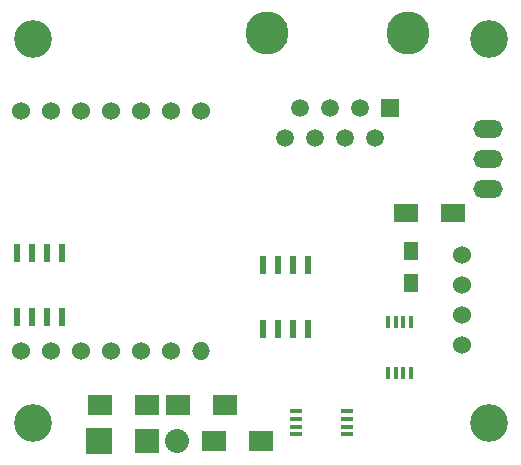
<source format=gts>
G04 #@! TF.GenerationSoftware,KiCad,Pcbnew,(2016-12-18 revision 3ffa37c)-makepkg*
G04 #@! TF.CreationDate,2016-12-20T01:52:43-05:00*
G04 #@! TF.ProjectId,Energy_Meter,456E657267795F4D657465722E6B6963,rev?*
G04 #@! TF.FileFunction,Soldermask,Top*
G04 #@! TF.FilePolarity,Negative*
%FSLAX46Y46*%
G04 Gerber Fmt 4.6, Leading zero omitted, Abs format (unit mm)*
G04 Created by KiCad (PCBNEW (2016-12-18 revision 3ffa37c)-makepkg) date 12/20/16 01:52:43*
%MOMM*%
%LPD*%
G01*
G04 APERTURE LIST*
%ADD10C,0.100000*%
%ADD11R,1.100000X0.400000*%
%ADD12C,3.200000*%
%ADD13R,2.000000X1.600000*%
%ADD14C,3.649980*%
%ADD15R,1.501140X1.501140*%
%ADD16C,1.501140*%
%ADD17R,2.032000X2.032000*%
%ADD18O,2.032000X2.032000*%
%ADD19R,2.235200X2.235200*%
%ADD20R,2.000000X1.700000*%
%ADD21C,1.524000*%
%ADD22R,0.600000X1.550000*%
%ADD23O,2.499360X1.501140*%
%ADD24O,1.524000X1.524000*%
%ADD25R,0.400000X1.100000*%
%ADD26R,1.300000X1.500000*%
G04 APERTURE END LIST*
D10*
D11*
X185538000Y-120945000D03*
X185538000Y-121595000D03*
X185538000Y-122245000D03*
X185538000Y-122895000D03*
X181238000Y-122895000D03*
X181238000Y-122245000D03*
X181238000Y-121595000D03*
X181238000Y-120945000D03*
D12*
X197612000Y-89408000D03*
X159004000Y-89408000D03*
X197612000Y-121920000D03*
X159004000Y-121920000D03*
D13*
X190532000Y-104140000D03*
X194532000Y-104140000D03*
D14*
X178816000Y-88900000D03*
X190685420Y-88900000D03*
D15*
X189199520Y-95250000D03*
D16*
X187929520Y-97790000D03*
X186659520Y-95250000D03*
X185389520Y-97790000D03*
X184119520Y-95250000D03*
X182849520Y-97790000D03*
X181579520Y-95250000D03*
X180309520Y-97790000D03*
D17*
X168656000Y-123444000D03*
D18*
X171196000Y-123444000D03*
D19*
X164592000Y-123444000D03*
D20*
X178276000Y-123444000D03*
X174276000Y-123444000D03*
X164624000Y-120396000D03*
X168624000Y-120396000D03*
X171228000Y-120396000D03*
X175228000Y-120396000D03*
D21*
X195326000Y-107696000D03*
X195326000Y-110236000D03*
X195326000Y-112776000D03*
X195326000Y-115316000D03*
D22*
X178435000Y-113952000D03*
X179705000Y-113952000D03*
X180975000Y-113952000D03*
X182245000Y-113952000D03*
X182245000Y-108552000D03*
X180975000Y-108552000D03*
X179705000Y-108552000D03*
X178435000Y-108552000D03*
X157607000Y-112936000D03*
X158877000Y-112936000D03*
X160147000Y-112936000D03*
X161417000Y-112936000D03*
X161417000Y-107536000D03*
X160147000Y-107536000D03*
X158877000Y-107536000D03*
X157607000Y-107536000D03*
D23*
X197485000Y-99568000D03*
X197485000Y-97028000D03*
X197485000Y-102108000D03*
D21*
X157988000Y-95504000D03*
X160528000Y-95504000D03*
X163068000Y-95504000D03*
X165608000Y-95504000D03*
X168148000Y-95504000D03*
X170688000Y-95504000D03*
X173228000Y-95504000D03*
D24*
X173228000Y-115824000D03*
D21*
X170688000Y-115824000D03*
X168148000Y-115824000D03*
X165608000Y-115824000D03*
X163068000Y-115824000D03*
X160528000Y-115824000D03*
X157988000Y-115824000D03*
D25*
X189017000Y-117720000D03*
X189667000Y-117720000D03*
X190317000Y-117720000D03*
X190967000Y-117720000D03*
X190967000Y-113420000D03*
X190317000Y-113420000D03*
X189667000Y-113420000D03*
X189017000Y-113420000D03*
D26*
X191008000Y-110062000D03*
X191008000Y-107362000D03*
M02*

</source>
